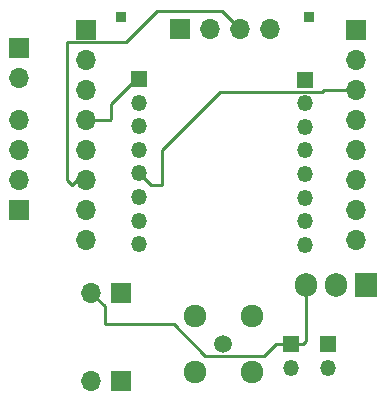
<source format=gbr>
%TF.GenerationSoftware,KiCad,Pcbnew,7.0.7*%
%TF.CreationDate,2024-01-13T12:59:24-05:00*%
%TF.ProjectId,sx7_footprints,7378375f-666f-46f7-9470-72696e74732e,rev?*%
%TF.SameCoordinates,Original*%
%TF.FileFunction,Copper,L2,Inr*%
%TF.FilePolarity,Positive*%
%FSLAX46Y46*%
G04 Gerber Fmt 4.6, Leading zero omitted, Abs format (unit mm)*
G04 Created by KiCad (PCBNEW 7.0.7) date 2024-01-13 12:59:24*
%MOMM*%
%LPD*%
G01*
G04 APERTURE LIST*
%TA.AperFunction,ComponentPad*%
%ADD10R,1.700000X1.700000*%
%TD*%
%TA.AperFunction,ComponentPad*%
%ADD11O,1.700000X1.700000*%
%TD*%
%TA.AperFunction,ComponentPad*%
%ADD12R,0.850000X0.850000*%
%TD*%
%TA.AperFunction,ComponentPad*%
%ADD13R,1.905000X2.000000*%
%TD*%
%TA.AperFunction,ComponentPad*%
%ADD14O,1.905000X2.000000*%
%TD*%
%TA.AperFunction,ComponentPad*%
%ADD15C,1.508000*%
%TD*%
%TA.AperFunction,ComponentPad*%
%ADD16C,1.920000*%
%TD*%
%TA.AperFunction,ComponentPad*%
%ADD17R,1.350000X1.350000*%
%TD*%
%TA.AperFunction,ComponentPad*%
%ADD18O,1.350000X1.350000*%
%TD*%
%TA.AperFunction,Conductor*%
%ADD19C,0.250000*%
%TD*%
G04 APERTURE END LIST*
D10*
%TO.N,N/C*%
%TO.C,PWR*%
X135763000Y-103378000D03*
D11*
X133223000Y-103378000D03*
%TD*%
D12*
%TO.N,N/C*%
%TO.C,REF\u002A\u002A*%
X135763000Y-72517000D03*
%TD*%
D10*
%TO.N,N/C*%
%TO.C,REF\u002A\u002A*%
X127127000Y-75184000D03*
D11*
X127127000Y-77724000D03*
%TD*%
D13*
%TO.N,N/C*%
%TO.C,REF\u002A\u002A*%
X156464000Y-95194000D03*
D14*
X153924000Y-95194000D03*
X151384000Y-95194000D03*
%TD*%
D15*
%TO.N,N/C*%
%TO.C,RF OUT*%
X144399000Y-100203000D03*
D16*
X141999000Y-97803000D03*
X141999000Y-102603000D03*
X146799000Y-102603000D03*
X146799000Y-97803000D03*
%TD*%
D17*
%TO.N,N/C*%
%TO.C,REF\u002A\u002A*%
X151287000Y-77821000D03*
D18*
X151287000Y-79821000D03*
X151287000Y-81821000D03*
X151287000Y-83821000D03*
X151287000Y-85821000D03*
X151287000Y-87821000D03*
X151287000Y-89821000D03*
X151287000Y-91821000D03*
%TD*%
D17*
%TO.N,N/C*%
%TO.C,REF\u002A\u002A*%
X137287000Y-77771000D03*
D18*
X137287000Y-79771000D03*
X137287000Y-81771000D03*
X137287000Y-83771000D03*
X137287000Y-85771000D03*
X137287000Y-87771000D03*
X137287000Y-89771000D03*
X137287000Y-91771000D03*
%TD*%
D10*
%TO.N,N/C*%
%TO.C,REF\u002A\u002A*%
X127127000Y-88890000D03*
D11*
X127127000Y-86350000D03*
X127127000Y-83810000D03*
X127127000Y-81270000D03*
%TD*%
D10*
%TO.N,N/C*%
%TO.C,REF\u002A\u002A*%
X155600400Y-73609200D03*
D11*
X155600400Y-76149200D03*
X155600400Y-78689200D03*
X155600400Y-81229200D03*
X155600400Y-83769200D03*
X155600400Y-86309200D03*
X155600400Y-88849200D03*
X155600400Y-91389200D03*
%TD*%
D12*
%TO.N,N/C*%
%TO.C,REF\u002A\u002A*%
X151638000Y-72517000D03*
%TD*%
D11*
%TO.N,N/C*%
%TO.C,PWR*%
X133223000Y-95885000D03*
D10*
X135763000Y-95885000D03*
%TD*%
D17*
%TO.N,N/C*%
%TO.C,REF\u002A\u002A*%
X153289000Y-100219000D03*
D18*
X153289000Y-102219000D03*
%TD*%
D10*
%TO.N,N/C*%
%TO.C,REF\u002A\u002A*%
X132740400Y-73609200D03*
D11*
X132740400Y-76149200D03*
X132740400Y-78689200D03*
X132740400Y-81229200D03*
X132740400Y-83769200D03*
X132740400Y-86309200D03*
X132740400Y-88849200D03*
X132740400Y-91389200D03*
%TD*%
D10*
%TO.N,N/C*%
%TO.C,REF\u002A\u002A*%
X140716000Y-73533000D03*
D11*
X143256000Y-73533000D03*
X145796000Y-73533000D03*
X148336000Y-73533000D03*
%TD*%
D17*
%TO.N,N/C*%
%TO.C,REF\u002A\u002A*%
X150114000Y-100219000D03*
D18*
X150114000Y-102219000D03*
%TD*%
D19*
%TO.N,*%
X131191000Y-86360000D02*
X131572000Y-86741000D01*
X137287000Y-77771000D02*
X136986000Y-77771000D01*
X150114000Y-100219000D02*
X151146000Y-100219000D01*
X140208000Y-98552000D02*
X142875000Y-101219000D01*
X144145000Y-78867000D02*
X139192000Y-83820000D01*
X131191000Y-74676000D02*
X131191000Y-86360000D01*
X142875000Y-101219000D02*
X147828000Y-101219000D01*
X151384000Y-99981000D02*
X151384000Y-95194000D01*
X155600400Y-78689200D02*
X152958800Y-78689200D01*
X138257000Y-86741000D02*
X137287000Y-85771000D01*
X136144000Y-74676000D02*
X131191000Y-74676000D01*
X134874000Y-81153000D02*
X134797800Y-81229200D01*
X136986000Y-77771000D02*
X134874000Y-79883000D01*
X145796000Y-73533000D02*
X144272000Y-72009000D01*
X151146000Y-100219000D02*
X151384000Y-99981000D01*
X150114000Y-100219000D02*
X148828000Y-100219000D01*
X134874000Y-79883000D02*
X134874000Y-81153000D01*
X138811000Y-72009000D02*
X136144000Y-74676000D01*
X144272000Y-72009000D02*
X138811000Y-72009000D01*
X152958800Y-78689200D02*
X152781000Y-78867000D01*
X132003800Y-86309200D02*
X132740400Y-86309200D01*
X131572000Y-86741000D02*
X132003800Y-86309200D01*
X139192000Y-86741000D02*
X138257000Y-86741000D01*
X152781000Y-78867000D02*
X144145000Y-78867000D01*
X134366000Y-97028000D02*
X134366000Y-98552000D01*
X134366000Y-98552000D02*
X140208000Y-98552000D01*
X148828000Y-100219000D02*
X147828000Y-101219000D01*
X133223000Y-95885000D02*
X134366000Y-97028000D01*
X134797800Y-81229200D02*
X132740400Y-81229200D01*
X139192000Y-83820000D02*
X139192000Y-86741000D01*
%TD*%
M02*

</source>
